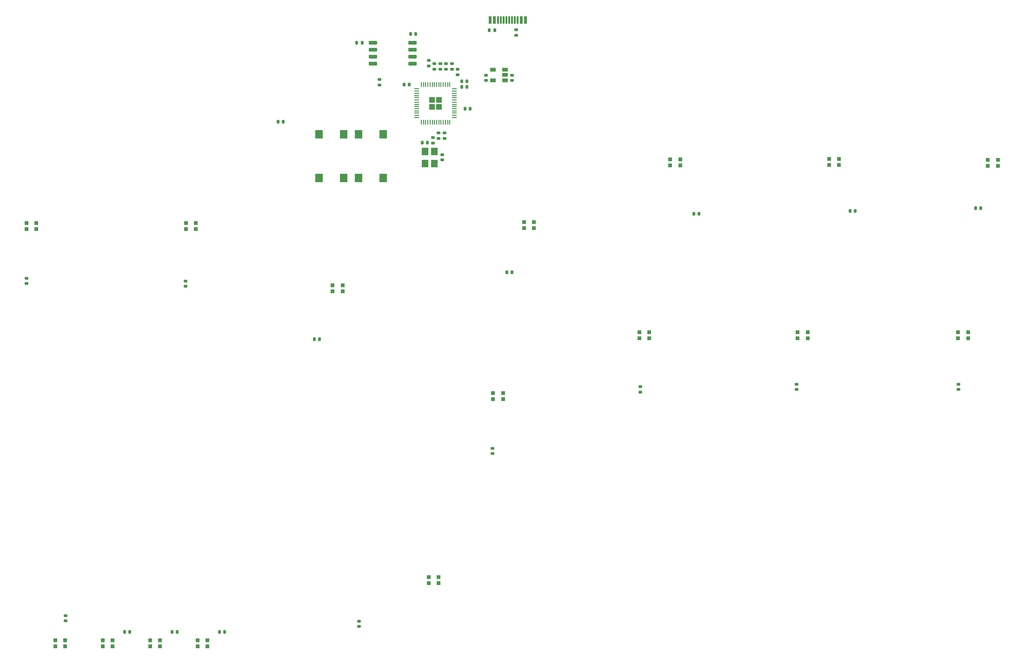
<source format=gbr>
%TF.GenerationSoftware,KiCad,Pcbnew,(6.0.4)*%
%TF.CreationDate,2022-04-24T23:02:38-04:00*%
%TF.ProjectId,Flatbox-rev4-rgb-kicad-WS2812B-4020,466c6174-626f-4782-9d72-6576342d7267,rev?*%
%TF.SameCoordinates,Original*%
%TF.FileFunction,Paste,Top*%
%TF.FilePolarity,Positive*%
%FSLAX46Y46*%
G04 Gerber Fmt 4.6, Leading zero omitted, Abs format (unit mm)*
G04 Created by KiCad (PCBNEW (6.0.4)) date 2022-04-24 23:02:38*
%MOMM*%
%LPD*%
G01*
G04 APERTURE LIST*
G04 Aperture macros list*
%AMRoundRect*
0 Rectangle with rounded corners*
0 $1 Rounding radius*
0 $2 $3 $4 $5 $6 $7 $8 $9 X,Y pos of 4 corners*
0 Add a 4 corners polygon primitive as box body*
4,1,4,$2,$3,$4,$5,$6,$7,$8,$9,$2,$3,0*
0 Add four circle primitives for the rounded corners*
1,1,$1+$1,$2,$3*
1,1,$1+$1,$4,$5*
1,1,$1+$1,$6,$7*
1,1,$1+$1,$8,$9*
0 Add four rect primitives between the rounded corners*
20,1,$1+$1,$2,$3,$4,$5,0*
20,1,$1+$1,$4,$5,$6,$7,0*
20,1,$1+$1,$6,$7,$8,$9,0*
20,1,$1+$1,$8,$9,$2,$3,0*%
G04 Aperture macros list end*
%ADD10RoundRect,0.135000X-0.185000X0.135000X-0.185000X-0.135000X0.185000X-0.135000X0.185000X0.135000X0*%
%ADD11R,0.600000X1.450000*%
%ADD12R,0.300000X1.450000*%
%ADD13RoundRect,0.135000X0.135000X0.185000X-0.135000X0.185000X-0.135000X-0.185000X0.135000X-0.185000X0*%
%ADD14RoundRect,0.140000X0.170000X-0.140000X0.170000X0.140000X-0.170000X0.140000X-0.170000X-0.140000X0*%
%ADD15RoundRect,0.140000X-0.140000X-0.170000X0.140000X-0.170000X0.140000X0.170000X-0.140000X0.170000X0*%
%ADD16RoundRect,0.140000X-0.170000X0.140000X-0.170000X-0.140000X0.170000X-0.140000X0.170000X0.140000X0*%
%ADD17RoundRect,0.135000X-0.135000X-0.185000X0.135000X-0.185000X0.135000X0.185000X-0.135000X0.185000X0*%
%ADD18R,1.400000X1.600000*%
%ADD19R,1.060000X0.650000*%
%ADD20RoundRect,0.150000X-0.650000X-0.150000X0.650000X-0.150000X0.650000X0.150000X-0.650000X0.150000X0*%
%ADD21RoundRect,0.250000X-0.292217X-0.292217X0.292217X-0.292217X0.292217X0.292217X-0.292217X0.292217X0*%
%ADD22RoundRect,0.050000X-0.387500X-0.050000X0.387500X-0.050000X0.387500X0.050000X-0.387500X0.050000X0*%
%ADD23RoundRect,0.050000X-0.050000X-0.387500X0.050000X-0.387500X0.050000X0.387500X-0.050000X0.387500X0*%
%ADD24R,1.200000X1.400000*%
%ADD25RoundRect,0.140000X0.140000X0.170000X-0.140000X0.170000X-0.140000X-0.170000X0.140000X-0.170000X0*%
%ADD26RoundRect,0.135000X0.185000X-0.135000X0.185000X0.135000X-0.185000X0.135000X-0.185000X-0.135000X0*%
%ADD27R,0.700000X0.700000*%
G04 APERTURE END LIST*
D10*
%TO.C,R7*%
X146550000Y-33990000D03*
X146550000Y-35010000D03*
%TD*%
D11*
%TO.C,USB1*%
X148250000Y-32195000D03*
X147450000Y-32195000D03*
D12*
X146750000Y-32195000D03*
X146250000Y-32195000D03*
X145750000Y-32195000D03*
X145250000Y-32195000D03*
X144750000Y-32195000D03*
X144250000Y-32195000D03*
X143750000Y-32195000D03*
X143250000Y-32195000D03*
D11*
X142550000Y-32195000D03*
X141750000Y-32195000D03*
%TD*%
D13*
%TO.C,R6*%
X142660000Y-34050000D03*
X141640000Y-34050000D03*
%TD*%
D14*
%TO.C,C1*%
X145800000Y-43230000D03*
X145800000Y-42270000D03*
%TD*%
D15*
%TO.C,C2*%
X129420000Y-54600000D03*
X130380000Y-54600000D03*
%TD*%
D14*
%TO.C,C4*%
X141000000Y-43230000D03*
X141000000Y-42270000D03*
%TD*%
D15*
%TO.C,C5*%
X127270000Y-34800000D03*
X128230000Y-34800000D03*
%TD*%
D14*
%TO.C,C6*%
X130600000Y-40580000D03*
X130600000Y-39620000D03*
%TD*%
D16*
%TO.C,C7*%
X133450000Y-52820000D03*
X133450000Y-53780000D03*
%TD*%
D14*
%TO.C,C8*%
X134850000Y-41180000D03*
X134850000Y-40220000D03*
%TD*%
%TO.C,C9*%
X131650000Y-41180000D03*
X131650000Y-40220000D03*
%TD*%
%TO.C,C10*%
X135900000Y-42180000D03*
X135900000Y-41220000D03*
%TD*%
D15*
%TO.C,C15*%
X136620000Y-44450000D03*
X137580000Y-44450000D03*
%TD*%
%TO.C,C16*%
X136620000Y-43400000D03*
X137580000Y-43400000D03*
%TD*%
D10*
%TO.C,R1*%
X121650000Y-43090000D03*
X121650000Y-44110000D03*
%TD*%
D17*
%TO.C,R2*%
X117490000Y-36400000D03*
X118510000Y-36400000D03*
%TD*%
D10*
%TO.C,R4*%
X133780000Y-40190000D03*
X133780000Y-41210000D03*
%TD*%
D18*
%TO.C,SW19*%
X115150000Y-53050000D03*
X115150000Y-61050000D03*
X110650000Y-53050000D03*
X110650000Y-61050000D03*
%TD*%
D19*
%TO.C,U1*%
X144500000Y-43200000D03*
X144500000Y-42250000D03*
X144500000Y-41300000D03*
X142300000Y-41300000D03*
X142300000Y-43200000D03*
%TD*%
D20*
%TO.C,U2*%
X120450000Y-36395000D03*
X120450000Y-37665000D03*
X120450000Y-38935000D03*
X120450000Y-40205000D03*
X127650000Y-40205000D03*
X127650000Y-38935000D03*
X127650000Y-37665000D03*
X127650000Y-36395000D03*
%TD*%
D21*
%TO.C,U3*%
X132487500Y-48037500D03*
X131212500Y-48037500D03*
X132487500Y-46762500D03*
X131212500Y-46762500D03*
D22*
X128412500Y-44800000D03*
X128412500Y-45200000D03*
X128412500Y-45600000D03*
X128412500Y-46000000D03*
X128412500Y-46400000D03*
X128412500Y-46800000D03*
X128412500Y-47200000D03*
X128412500Y-47600000D03*
X128412500Y-48000000D03*
X128412500Y-48400000D03*
X128412500Y-48800000D03*
X128412500Y-49200000D03*
X128412500Y-49600000D03*
X128412500Y-50000000D03*
D23*
X129250000Y-50837500D03*
X129650000Y-50837500D03*
X130050000Y-50837500D03*
X130450000Y-50837500D03*
X130850000Y-50837500D03*
X131250000Y-50837500D03*
X131650000Y-50837500D03*
X132050000Y-50837500D03*
X132450000Y-50837500D03*
X132850000Y-50837500D03*
X133250000Y-50837500D03*
X133650000Y-50837500D03*
X134050000Y-50837500D03*
X134450000Y-50837500D03*
D22*
X135287500Y-50000000D03*
X135287500Y-49600000D03*
X135287500Y-49200000D03*
X135287500Y-48800000D03*
X135287500Y-48400000D03*
X135287500Y-48000000D03*
X135287500Y-47600000D03*
X135287500Y-47200000D03*
X135287500Y-46800000D03*
X135287500Y-46400000D03*
X135287500Y-46000000D03*
X135287500Y-45600000D03*
X135287500Y-45200000D03*
X135287500Y-44800000D03*
D23*
X134450000Y-43962500D03*
X134050000Y-43962500D03*
X133650000Y-43962500D03*
X133250000Y-43962500D03*
X132850000Y-43962500D03*
X132450000Y-43962500D03*
X132050000Y-43962500D03*
X131650000Y-43962500D03*
X131250000Y-43962500D03*
X130850000Y-43962500D03*
X130450000Y-43962500D03*
X130050000Y-43962500D03*
X129650000Y-43962500D03*
X129250000Y-43962500D03*
%TD*%
D24*
%TO.C,Y1*%
X129900000Y-56150000D03*
X129900000Y-58350000D03*
X131600000Y-58350000D03*
X131600000Y-56150000D03*
%TD*%
D10*
%TO.C,R3*%
X132700000Y-40190000D03*
X132700000Y-41210000D03*
%TD*%
D16*
%TO.C,C3*%
X133100000Y-56770000D03*
X133100000Y-57730000D03*
%TD*%
D18*
%TO.C,SW20*%
X117800000Y-61050000D03*
X117800000Y-53050000D03*
X122300000Y-61050000D03*
X122300000Y-53050000D03*
%TD*%
D25*
%TO.C,C13*%
X104140000Y-50800000D03*
X103180000Y-50800000D03*
%TD*%
D15*
%TO.C,C12*%
X137216000Y-48400000D03*
X138176000Y-48400000D03*
%TD*%
D26*
%TO.C,R5*%
X131400000Y-54660000D03*
X131400000Y-53640000D03*
%TD*%
D16*
%TO.C,C14*%
X132420000Y-52820000D03*
X132420000Y-53780000D03*
%TD*%
D25*
%TO.C,C11*%
X127080000Y-44000000D03*
X126120000Y-44000000D03*
%TD*%
D27*
%TO.C,D10*%
X170777072Y-90184903D03*
X170777072Y-89084903D03*
X168947072Y-89084903D03*
X168947072Y-90184903D03*
%TD*%
D15*
%TO.C,C19*%
X178844000Y-67564000D03*
X179804000Y-67564000D03*
%TD*%
%TO.C,C31*%
X83848000Y-143764000D03*
X84808000Y-143764000D03*
%TD*%
D14*
%TO.C,C29*%
X64516000Y-141732000D03*
X64516000Y-140772000D03*
%TD*%
D15*
%TO.C,C30*%
X75212000Y-143764000D03*
X76172000Y-143764000D03*
%TD*%
D27*
%TO.C,D7*%
X234233331Y-58826441D03*
X234233331Y-57726441D03*
X232403331Y-57726441D03*
X232403331Y-58826441D03*
%TD*%
%TO.C,D12*%
X132418009Y-134819362D03*
X132418009Y-133719362D03*
X130588009Y-133719362D03*
X130588009Y-134819362D03*
%TD*%
D25*
%TO.C,C20*%
X231140000Y-66548000D03*
X230180000Y-66548000D03*
%TD*%
D16*
%TO.C,C26*%
X197612000Y-98580000D03*
X197612000Y-99540000D03*
%TD*%
%TO.C,C25*%
X227076000Y-98580000D03*
X227076000Y-99540000D03*
%TD*%
D15*
%TO.C,C18*%
X207292000Y-67056000D03*
X208252000Y-67056000D03*
%TD*%
D16*
%TO.C,C21*%
X86360000Y-79784000D03*
X86360000Y-80744000D03*
%TD*%
D15*
%TO.C,C32*%
X92484000Y-143764000D03*
X93444000Y-143764000D03*
%TD*%
D25*
%TO.C,C27*%
X110716000Y-90424000D03*
X109756000Y-90424000D03*
%TD*%
D27*
%TO.C,D6*%
X205318744Y-58611104D03*
X205318744Y-57511104D03*
X203488744Y-57511104D03*
X203488744Y-58611104D03*
%TD*%
D25*
%TO.C,C23*%
X145768000Y-78232000D03*
X144808000Y-78232000D03*
%TD*%
D27*
%TO.C,D15*%
X79857000Y-145246000D03*
X79857000Y-146346000D03*
X81687000Y-146346000D03*
X81687000Y-145246000D03*
%TD*%
%TO.C,D2*%
X88220964Y-70363212D03*
X88220964Y-69263212D03*
X86390964Y-69263212D03*
X86390964Y-70363212D03*
%TD*%
%TO.C,D5*%
X176391910Y-58735343D03*
X176391910Y-57635343D03*
X174561910Y-57635343D03*
X174561910Y-58735343D03*
%TD*%
%TO.C,D14*%
X71221000Y-145246000D03*
X71221000Y-146346000D03*
X73051000Y-146346000D03*
X73051000Y-145246000D03*
%TD*%
%TO.C,D8*%
X228823446Y-90195298D03*
X228823446Y-89095298D03*
X226993446Y-89095298D03*
X226993446Y-90195298D03*
%TD*%
%TO.C,D13*%
X62585000Y-145246000D03*
X62585000Y-146346000D03*
X64415000Y-146346000D03*
X64415000Y-145246000D03*
%TD*%
%TO.C,D4*%
X149759000Y-70146000D03*
X149759000Y-69046000D03*
X147929000Y-69046000D03*
X147929000Y-70146000D03*
%TD*%
%TO.C,D16*%
X88493000Y-145246000D03*
X88493000Y-146346000D03*
X90323000Y-146346000D03*
X90323000Y-145246000D03*
%TD*%
%TO.C,D11*%
X144152594Y-101338306D03*
X144152594Y-100238306D03*
X142322594Y-100238306D03*
X142322594Y-101338306D03*
%TD*%
%TO.C,D9*%
X199611100Y-90204207D03*
X199611100Y-89104207D03*
X197781100Y-89104207D03*
X197781100Y-90204207D03*
%TD*%
D16*
%TO.C,C17*%
X117884000Y-141760000D03*
X117884000Y-142720000D03*
%TD*%
%TO.C,C24*%
X57404000Y-79276000D03*
X57404000Y-80236000D03*
%TD*%
D27*
%TO.C,D3*%
X114908238Y-81665572D03*
X114908238Y-80565572D03*
X113078238Y-80565572D03*
X113078238Y-81665572D03*
%TD*%
%TO.C,D1*%
X59167962Y-70324084D03*
X59167962Y-69224084D03*
X57337962Y-69224084D03*
X57337962Y-70324084D03*
%TD*%
D16*
%TO.C,C28*%
X169164000Y-99060000D03*
X169164000Y-100020000D03*
%TD*%
%TO.C,C22*%
X142240000Y-110264000D03*
X142240000Y-111224000D03*
%TD*%
M02*

</source>
